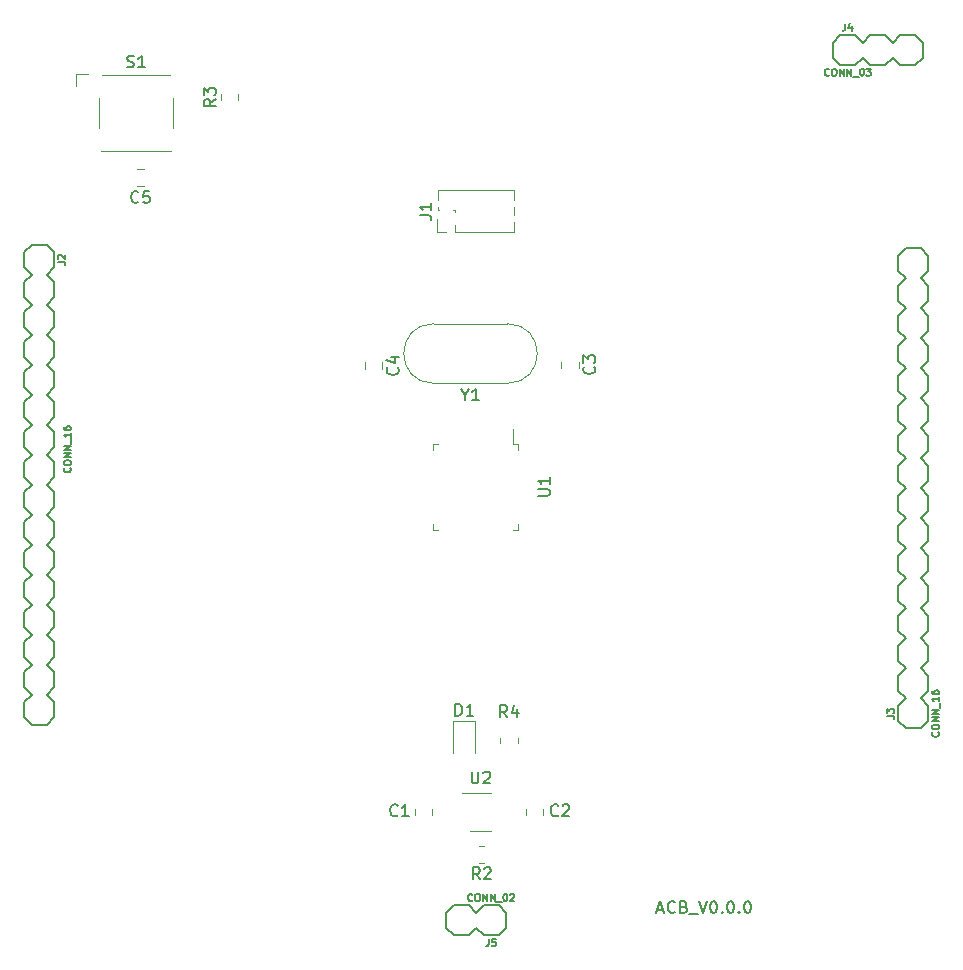
<source format=gbr>
%TF.GenerationSoftware,KiCad,Pcbnew,(5.1.9)-1*%
%TF.CreationDate,2021-02-25T22:56:50-07:00*%
%TF.ProjectId,Avionics_Computer,4176696f-6e69-4637-935f-436f6d707574,rev?*%
%TF.SameCoordinates,Original*%
%TF.FileFunction,Legend,Top*%
%TF.FilePolarity,Positive*%
%FSLAX46Y46*%
G04 Gerber Fmt 4.6, Leading zero omitted, Abs format (unit mm)*
G04 Created by KiCad (PCBNEW (5.1.9)-1) date 2021-02-25 22:56:50*
%MOMM*%
%LPD*%
G01*
G04 APERTURE LIST*
%ADD10C,0.150000*%
%ADD11C,0.120000*%
%ADD12C,0.203200*%
%ADD13C,0.127000*%
G04 APERTURE END LIST*
D10*
X160347619Y-137766666D02*
X160823809Y-137766666D01*
X160252380Y-138052380D02*
X160585714Y-137052380D01*
X160919047Y-138052380D01*
X161823809Y-137957142D02*
X161776190Y-138004761D01*
X161633333Y-138052380D01*
X161538095Y-138052380D01*
X161395238Y-138004761D01*
X161300000Y-137909523D01*
X161252380Y-137814285D01*
X161204761Y-137623809D01*
X161204761Y-137480952D01*
X161252380Y-137290476D01*
X161300000Y-137195238D01*
X161395238Y-137100000D01*
X161538095Y-137052380D01*
X161633333Y-137052380D01*
X161776190Y-137100000D01*
X161823809Y-137147619D01*
X162585714Y-137528571D02*
X162728571Y-137576190D01*
X162776190Y-137623809D01*
X162823809Y-137719047D01*
X162823809Y-137861904D01*
X162776190Y-137957142D01*
X162728571Y-138004761D01*
X162633333Y-138052380D01*
X162252380Y-138052380D01*
X162252380Y-137052380D01*
X162585714Y-137052380D01*
X162680952Y-137100000D01*
X162728571Y-137147619D01*
X162776190Y-137242857D01*
X162776190Y-137338095D01*
X162728571Y-137433333D01*
X162680952Y-137480952D01*
X162585714Y-137528571D01*
X162252380Y-137528571D01*
X163014285Y-138147619D02*
X163776190Y-138147619D01*
X163871428Y-137052380D02*
X164204761Y-138052380D01*
X164538095Y-137052380D01*
X165061904Y-137052380D02*
X165157142Y-137052380D01*
X165252380Y-137100000D01*
X165300000Y-137147619D01*
X165347619Y-137242857D01*
X165395238Y-137433333D01*
X165395238Y-137671428D01*
X165347619Y-137861904D01*
X165300000Y-137957142D01*
X165252380Y-138004761D01*
X165157142Y-138052380D01*
X165061904Y-138052380D01*
X164966666Y-138004761D01*
X164919047Y-137957142D01*
X164871428Y-137861904D01*
X164823809Y-137671428D01*
X164823809Y-137433333D01*
X164871428Y-137242857D01*
X164919047Y-137147619D01*
X164966666Y-137100000D01*
X165061904Y-137052380D01*
X165823809Y-137957142D02*
X165871428Y-138004761D01*
X165823809Y-138052380D01*
X165776190Y-138004761D01*
X165823809Y-137957142D01*
X165823809Y-138052380D01*
X166490476Y-137052380D02*
X166585714Y-137052380D01*
X166680952Y-137100000D01*
X166728571Y-137147619D01*
X166776190Y-137242857D01*
X166823809Y-137433333D01*
X166823809Y-137671428D01*
X166776190Y-137861904D01*
X166728571Y-137957142D01*
X166680952Y-138004761D01*
X166585714Y-138052380D01*
X166490476Y-138052380D01*
X166395238Y-138004761D01*
X166347619Y-137957142D01*
X166300000Y-137861904D01*
X166252380Y-137671428D01*
X166252380Y-137433333D01*
X166300000Y-137242857D01*
X166347619Y-137147619D01*
X166395238Y-137100000D01*
X166490476Y-137052380D01*
X167252380Y-137957142D02*
X167300000Y-138004761D01*
X167252380Y-138052380D01*
X167204761Y-138004761D01*
X167252380Y-137957142D01*
X167252380Y-138052380D01*
X167919047Y-137052380D02*
X168014285Y-137052380D01*
X168109523Y-137100000D01*
X168157142Y-137147619D01*
X168204761Y-137242857D01*
X168252380Y-137433333D01*
X168252380Y-137671428D01*
X168204761Y-137861904D01*
X168157142Y-137957142D01*
X168109523Y-138004761D01*
X168014285Y-138052380D01*
X167919047Y-138052380D01*
X167823809Y-138004761D01*
X167776190Y-137957142D01*
X167728571Y-137861904D01*
X167680952Y-137671428D01*
X167680952Y-137433333D01*
X167728571Y-137242857D01*
X167776190Y-137147619D01*
X167823809Y-137100000D01*
X167919047Y-137052380D01*
D11*
%TO.C,U1*%
X141310000Y-105147500D02*
X141310000Y-105597500D01*
X141310000Y-105597500D02*
X141760000Y-105597500D01*
X141310000Y-98827500D02*
X141310000Y-98377500D01*
X141310000Y-98377500D02*
X141760000Y-98377500D01*
X148530000Y-105147500D02*
X148530000Y-105597500D01*
X148530000Y-105597500D02*
X148080000Y-105597500D01*
X148530000Y-98827500D02*
X148530000Y-98377500D01*
X148530000Y-98377500D02*
X148080000Y-98377500D01*
X148080000Y-98377500D02*
X148080000Y-97087500D01*
%TO.C,Y1*%
X141398000Y-88164000D02*
G75*
G03*
X141398000Y-93214000I0J-2525000D01*
G01*
X147648000Y-88164000D02*
G75*
G02*
X147648000Y-93214000I0J-2525000D01*
G01*
X147648000Y-93214000D02*
X141398000Y-93214000D01*
X147648000Y-88164000D02*
X141398000Y-88164000D01*
%TO.C,U2*%
X144473000Y-131151000D02*
X146273000Y-131151000D01*
X146273000Y-127931000D02*
X143823000Y-127931000D01*
%TO.C,S1*%
X119096000Y-67068000D02*
X113296000Y-67068000D01*
X119196000Y-73568000D02*
X113196000Y-73568000D01*
X119296000Y-69018000D02*
X119296000Y-71618000D01*
X113096000Y-69018000D02*
X113096000Y-71618000D01*
X111096000Y-68018000D02*
X111096000Y-67018000D01*
X111096000Y-67018000D02*
X112096000Y-67018000D01*
%TO.C,R4*%
X148521000Y-123241436D02*
X148521000Y-123695564D01*
X147051000Y-123241436D02*
X147051000Y-123695564D01*
%TO.C,R3*%
X123399000Y-69207564D02*
X123399000Y-68753436D01*
X124869000Y-69207564D02*
X124869000Y-68753436D01*
%TO.C,R2*%
X145249436Y-132362000D02*
X145703564Y-132362000D01*
X145249436Y-133832000D02*
X145703564Y-133832000D01*
D12*
%TO.C,J5*%
X146897000Y-139955000D02*
X145627000Y-139955000D01*
X145627000Y-139955000D02*
X144992000Y-139320000D01*
X144992000Y-138050000D02*
X145627000Y-137415000D01*
X144992000Y-139320000D02*
X144357000Y-139955000D01*
X144357000Y-139955000D02*
X143087000Y-139955000D01*
X143087000Y-139955000D02*
X142452000Y-139320000D01*
X142452000Y-138050000D02*
X143087000Y-137415000D01*
X143087000Y-137415000D02*
X144357000Y-137415000D01*
X144357000Y-137415000D02*
X144992000Y-138050000D01*
X147532000Y-139320000D02*
X147532000Y-138050000D01*
X146897000Y-139955000D02*
X147532000Y-139320000D01*
X147532000Y-138050000D02*
X146897000Y-137415000D01*
X145627000Y-137415000D02*
X146897000Y-137415000D01*
X142452000Y-139320000D02*
X142452000Y-138050000D01*
%TO.C,J4*%
X180270000Y-64365000D02*
X180905000Y-63730000D01*
X180905000Y-63730000D02*
X182175000Y-63730000D01*
X182175000Y-63730000D02*
X182810000Y-64365000D01*
X182810000Y-65635000D02*
X182175000Y-66270000D01*
X182175000Y-66270000D02*
X180905000Y-66270000D01*
X180905000Y-66270000D02*
X180270000Y-65635000D01*
X175825000Y-63730000D02*
X177095000Y-63730000D01*
X177095000Y-63730000D02*
X177730000Y-64365000D01*
X177730000Y-65635000D02*
X177095000Y-66270000D01*
X177730000Y-64365000D02*
X178365000Y-63730000D01*
X178365000Y-63730000D02*
X179635000Y-63730000D01*
X179635000Y-63730000D02*
X180270000Y-64365000D01*
X180270000Y-65635000D02*
X179635000Y-66270000D01*
X179635000Y-66270000D02*
X178365000Y-66270000D01*
X178365000Y-66270000D02*
X177730000Y-65635000D01*
X175190000Y-64365000D02*
X175190000Y-65635000D01*
X175825000Y-63730000D02*
X175190000Y-64365000D01*
X175190000Y-65635000D02*
X175825000Y-66270000D01*
X177095000Y-66270000D02*
X175825000Y-66270000D01*
X182810000Y-64365000D02*
X182810000Y-65635000D01*
%TO.C,J3*%
X181365000Y-122430000D02*
X182635000Y-122430000D01*
X181365000Y-81790000D02*
X182635000Y-81790000D01*
X180730000Y-106555000D02*
X180730000Y-105285000D01*
X180730000Y-105285000D02*
X181365000Y-104650000D01*
X182635000Y-104650000D02*
X183270000Y-105285000D01*
X181365000Y-109730000D02*
X180730000Y-109095000D01*
X180730000Y-109095000D02*
X180730000Y-107825000D01*
X180730000Y-107825000D02*
X181365000Y-107190000D01*
X182635000Y-107190000D02*
X183270000Y-107825000D01*
X183270000Y-107825000D02*
X183270000Y-109095000D01*
X183270000Y-109095000D02*
X182635000Y-109730000D01*
X180730000Y-106555000D02*
X181365000Y-107190000D01*
X182635000Y-107190000D02*
X183270000Y-106555000D01*
X183270000Y-105285000D02*
X183270000Y-106555000D01*
X180730000Y-114175000D02*
X180730000Y-112905000D01*
X180730000Y-112905000D02*
X181365000Y-112270000D01*
X182635000Y-112270000D02*
X183270000Y-112905000D01*
X181365000Y-112270000D02*
X180730000Y-111635000D01*
X180730000Y-111635000D02*
X180730000Y-110365000D01*
X180730000Y-110365000D02*
X181365000Y-109730000D01*
X182635000Y-109730000D02*
X183270000Y-110365000D01*
X183270000Y-110365000D02*
X183270000Y-111635000D01*
X183270000Y-111635000D02*
X182635000Y-112270000D01*
X181365000Y-117350000D02*
X180730000Y-116715000D01*
X180730000Y-116715000D02*
X180730000Y-115445000D01*
X180730000Y-115445000D02*
X181365000Y-114810000D01*
X182635000Y-114810000D02*
X183270000Y-115445000D01*
X183270000Y-115445000D02*
X183270000Y-116715000D01*
X183270000Y-116715000D02*
X182635000Y-117350000D01*
X180730000Y-114175000D02*
X181365000Y-114810000D01*
X182635000Y-114810000D02*
X183270000Y-114175000D01*
X183270000Y-112905000D02*
X183270000Y-114175000D01*
X180730000Y-121795000D02*
X180730000Y-120525000D01*
X180730000Y-120525000D02*
X181365000Y-119890000D01*
X182635000Y-119890000D02*
X183270000Y-120525000D01*
X181365000Y-119890000D02*
X180730000Y-119255000D01*
X180730000Y-119255000D02*
X180730000Y-117985000D01*
X180730000Y-117985000D02*
X181365000Y-117350000D01*
X182635000Y-117350000D02*
X183270000Y-117985000D01*
X183270000Y-117985000D02*
X183270000Y-119255000D01*
X183270000Y-119255000D02*
X182635000Y-119890000D01*
X181365000Y-122430000D02*
X182635000Y-122430000D01*
X180730000Y-121795000D02*
X181365000Y-122430000D01*
X182635000Y-122430000D02*
X183270000Y-121795000D01*
X183270000Y-120525000D02*
X183270000Y-121795000D01*
X180730000Y-88775000D02*
X180730000Y-87505000D01*
X180730000Y-87505000D02*
X181365000Y-86870000D01*
X182635000Y-86870000D02*
X183270000Y-87505000D01*
X181365000Y-91950000D02*
X180730000Y-91315000D01*
X180730000Y-91315000D02*
X180730000Y-90045000D01*
X180730000Y-90045000D02*
X181365000Y-89410000D01*
X182635000Y-89410000D02*
X183270000Y-90045000D01*
X183270000Y-90045000D02*
X183270000Y-91315000D01*
X183270000Y-91315000D02*
X182635000Y-91950000D01*
X180730000Y-88775000D02*
X181365000Y-89410000D01*
X182635000Y-89410000D02*
X183270000Y-88775000D01*
X183270000Y-87505000D02*
X183270000Y-88775000D01*
X180730000Y-96395000D02*
X180730000Y-95125000D01*
X180730000Y-95125000D02*
X181365000Y-94490000D01*
X182635000Y-94490000D02*
X183270000Y-95125000D01*
X181365000Y-94490000D02*
X180730000Y-93855000D01*
X180730000Y-93855000D02*
X180730000Y-92585000D01*
X180730000Y-92585000D02*
X181365000Y-91950000D01*
X182635000Y-91950000D02*
X183270000Y-92585000D01*
X183270000Y-92585000D02*
X183270000Y-93855000D01*
X183270000Y-93855000D02*
X182635000Y-94490000D01*
X181365000Y-99570000D02*
X180730000Y-98935000D01*
X180730000Y-98935000D02*
X180730000Y-97665000D01*
X180730000Y-97665000D02*
X181365000Y-97030000D01*
X182635000Y-97030000D02*
X183270000Y-97665000D01*
X183270000Y-97665000D02*
X183270000Y-98935000D01*
X183270000Y-98935000D02*
X182635000Y-99570000D01*
X180730000Y-96395000D02*
X181365000Y-97030000D01*
X182635000Y-97030000D02*
X183270000Y-96395000D01*
X183270000Y-95125000D02*
X183270000Y-96395000D01*
X180730000Y-104015000D02*
X180730000Y-102745000D01*
X180730000Y-102745000D02*
X181365000Y-102110000D01*
X182635000Y-102110000D02*
X183270000Y-102745000D01*
X181365000Y-102110000D02*
X180730000Y-101475000D01*
X180730000Y-101475000D02*
X180730000Y-100205000D01*
X180730000Y-100205000D02*
X181365000Y-99570000D01*
X182635000Y-99570000D02*
X183270000Y-100205000D01*
X183270000Y-100205000D02*
X183270000Y-101475000D01*
X183270000Y-101475000D02*
X182635000Y-102110000D01*
X180730000Y-104015000D02*
X181365000Y-104650000D01*
X182635000Y-104650000D02*
X183270000Y-104015000D01*
X183270000Y-102745000D02*
X183270000Y-104015000D01*
X180730000Y-86235000D02*
X181365000Y-86870000D01*
X180730000Y-86235000D02*
X180730000Y-84965000D01*
X180730000Y-84965000D02*
X181365000Y-84330000D01*
X182635000Y-84330000D02*
X183270000Y-84965000D01*
X183270000Y-84965000D02*
X183270000Y-86235000D01*
X182635000Y-86870000D02*
X183270000Y-86235000D01*
X180730000Y-83695000D02*
X181365000Y-84330000D01*
X180730000Y-83695000D02*
X180730000Y-82425000D01*
X180730000Y-82425000D02*
X181365000Y-81790000D01*
X181365000Y-81790000D02*
X182635000Y-81790000D01*
X182635000Y-81790000D02*
X183270000Y-82425000D01*
X183270000Y-82425000D02*
X183270000Y-83695000D01*
X182635000Y-84330000D02*
X183270000Y-83695000D01*
%TO.C,J2*%
X108635000Y-81470000D02*
X107365000Y-81470000D01*
X108635000Y-122110000D02*
X107365000Y-122110000D01*
X109270000Y-97345000D02*
X109270000Y-98615000D01*
X109270000Y-98615000D02*
X108635000Y-99250000D01*
X107365000Y-99250000D02*
X106730000Y-98615000D01*
X108635000Y-94170000D02*
X109270000Y-94805000D01*
X109270000Y-94805000D02*
X109270000Y-96075000D01*
X109270000Y-96075000D02*
X108635000Y-96710000D01*
X107365000Y-96710000D02*
X106730000Y-96075000D01*
X106730000Y-96075000D02*
X106730000Y-94805000D01*
X106730000Y-94805000D02*
X107365000Y-94170000D01*
X109270000Y-97345000D02*
X108635000Y-96710000D01*
X107365000Y-96710000D02*
X106730000Y-97345000D01*
X106730000Y-98615000D02*
X106730000Y-97345000D01*
X109270000Y-89725000D02*
X109270000Y-90995000D01*
X109270000Y-90995000D02*
X108635000Y-91630000D01*
X107365000Y-91630000D02*
X106730000Y-90995000D01*
X108635000Y-91630000D02*
X109270000Y-92265000D01*
X109270000Y-92265000D02*
X109270000Y-93535000D01*
X109270000Y-93535000D02*
X108635000Y-94170000D01*
X107365000Y-94170000D02*
X106730000Y-93535000D01*
X106730000Y-93535000D02*
X106730000Y-92265000D01*
X106730000Y-92265000D02*
X107365000Y-91630000D01*
X108635000Y-86550000D02*
X109270000Y-87185000D01*
X109270000Y-87185000D02*
X109270000Y-88455000D01*
X109270000Y-88455000D02*
X108635000Y-89090000D01*
X107365000Y-89090000D02*
X106730000Y-88455000D01*
X106730000Y-88455000D02*
X106730000Y-87185000D01*
X106730000Y-87185000D02*
X107365000Y-86550000D01*
X109270000Y-89725000D02*
X108635000Y-89090000D01*
X107365000Y-89090000D02*
X106730000Y-89725000D01*
X106730000Y-90995000D02*
X106730000Y-89725000D01*
X109270000Y-82105000D02*
X109270000Y-83375000D01*
X109270000Y-83375000D02*
X108635000Y-84010000D01*
X107365000Y-84010000D02*
X106730000Y-83375000D01*
X108635000Y-84010000D02*
X109270000Y-84645000D01*
X109270000Y-84645000D02*
X109270000Y-85915000D01*
X109270000Y-85915000D02*
X108635000Y-86550000D01*
X107365000Y-86550000D02*
X106730000Y-85915000D01*
X106730000Y-85915000D02*
X106730000Y-84645000D01*
X106730000Y-84645000D02*
X107365000Y-84010000D01*
X108635000Y-81470000D02*
X107365000Y-81470000D01*
X109270000Y-82105000D02*
X108635000Y-81470000D01*
X107365000Y-81470000D02*
X106730000Y-82105000D01*
X106730000Y-83375000D02*
X106730000Y-82105000D01*
X109270000Y-115125000D02*
X109270000Y-116395000D01*
X109270000Y-116395000D02*
X108635000Y-117030000D01*
X107365000Y-117030000D02*
X106730000Y-116395000D01*
X108635000Y-111950000D02*
X109270000Y-112585000D01*
X109270000Y-112585000D02*
X109270000Y-113855000D01*
X109270000Y-113855000D02*
X108635000Y-114490000D01*
X107365000Y-114490000D02*
X106730000Y-113855000D01*
X106730000Y-113855000D02*
X106730000Y-112585000D01*
X106730000Y-112585000D02*
X107365000Y-111950000D01*
X109270000Y-115125000D02*
X108635000Y-114490000D01*
X107365000Y-114490000D02*
X106730000Y-115125000D01*
X106730000Y-116395000D02*
X106730000Y-115125000D01*
X109270000Y-107505000D02*
X109270000Y-108775000D01*
X109270000Y-108775000D02*
X108635000Y-109410000D01*
X107365000Y-109410000D02*
X106730000Y-108775000D01*
X108635000Y-109410000D02*
X109270000Y-110045000D01*
X109270000Y-110045000D02*
X109270000Y-111315000D01*
X109270000Y-111315000D02*
X108635000Y-111950000D01*
X107365000Y-111950000D02*
X106730000Y-111315000D01*
X106730000Y-111315000D02*
X106730000Y-110045000D01*
X106730000Y-110045000D02*
X107365000Y-109410000D01*
X108635000Y-104330000D02*
X109270000Y-104965000D01*
X109270000Y-104965000D02*
X109270000Y-106235000D01*
X109270000Y-106235000D02*
X108635000Y-106870000D01*
X107365000Y-106870000D02*
X106730000Y-106235000D01*
X106730000Y-106235000D02*
X106730000Y-104965000D01*
X106730000Y-104965000D02*
X107365000Y-104330000D01*
X109270000Y-107505000D02*
X108635000Y-106870000D01*
X107365000Y-106870000D02*
X106730000Y-107505000D01*
X106730000Y-108775000D02*
X106730000Y-107505000D01*
X109270000Y-99885000D02*
X109270000Y-101155000D01*
X109270000Y-101155000D02*
X108635000Y-101790000D01*
X107365000Y-101790000D02*
X106730000Y-101155000D01*
X108635000Y-101790000D02*
X109270000Y-102425000D01*
X109270000Y-102425000D02*
X109270000Y-103695000D01*
X109270000Y-103695000D02*
X108635000Y-104330000D01*
X107365000Y-104330000D02*
X106730000Y-103695000D01*
X106730000Y-103695000D02*
X106730000Y-102425000D01*
X106730000Y-102425000D02*
X107365000Y-101790000D01*
X109270000Y-99885000D02*
X108635000Y-99250000D01*
X107365000Y-99250000D02*
X106730000Y-99885000D01*
X106730000Y-101155000D02*
X106730000Y-99885000D01*
X109270000Y-117665000D02*
X108635000Y-117030000D01*
X109270000Y-117665000D02*
X109270000Y-118935000D01*
X109270000Y-118935000D02*
X108635000Y-119570000D01*
X107365000Y-119570000D02*
X106730000Y-118935000D01*
X106730000Y-118935000D02*
X106730000Y-117665000D01*
X107365000Y-117030000D02*
X106730000Y-117665000D01*
X109270000Y-120205000D02*
X108635000Y-119570000D01*
X109270000Y-120205000D02*
X109270000Y-121475000D01*
X109270000Y-121475000D02*
X108635000Y-122110000D01*
X108635000Y-122110000D02*
X107365000Y-122110000D01*
X107365000Y-122110000D02*
X106730000Y-121475000D01*
X106730000Y-121475000D02*
X106730000Y-120205000D01*
X107365000Y-119570000D02*
X106730000Y-120205000D01*
D11*
%TO.C,J1*%
X148235000Y-80400000D02*
X148235000Y-79577530D01*
X148235000Y-77692470D02*
X148235000Y-76870000D01*
X148235000Y-78962470D02*
X148235000Y-78307530D01*
X143220000Y-80400000D02*
X148235000Y-80400000D01*
X141765000Y-76870000D02*
X148235000Y-76870000D01*
X143220000Y-80400000D02*
X143220000Y-79833471D01*
X143220000Y-78706529D02*
X143220000Y-78563471D01*
X143166529Y-78510000D02*
X143023471Y-78510000D01*
X141896529Y-78510000D02*
X141765000Y-78510000D01*
X141765000Y-78510000D02*
X141765000Y-78307530D01*
X141765000Y-77692470D02*
X141765000Y-76870000D01*
X142460000Y-80400000D02*
X141700000Y-80400000D01*
X141700000Y-80400000D02*
X141700000Y-79270000D01*
%TO.C,D1*%
X144936000Y-124493500D02*
X144936000Y-121808500D01*
X144936000Y-121808500D02*
X143016000Y-121808500D01*
X143016000Y-121808500D02*
X143016000Y-124493500D01*
%TO.C,C5*%
X116836252Y-76550000D02*
X116313748Y-76550000D01*
X116836252Y-75080000D02*
X116313748Y-75080000D01*
%TO.C,C4*%
X137040000Y-91443748D02*
X137040000Y-91966252D01*
X135570000Y-91443748D02*
X135570000Y-91966252D01*
%TO.C,C3*%
X153677000Y-91377748D02*
X153677000Y-91900252D01*
X152207000Y-91377748D02*
X152207000Y-91900252D01*
%TO.C,C2*%
X150680000Y-129213748D02*
X150680000Y-129736252D01*
X149210000Y-129213748D02*
X149210000Y-129736252D01*
%TO.C,C1*%
X141282000Y-129213748D02*
X141282000Y-129736252D01*
X139812000Y-129213748D02*
X139812000Y-129736252D01*
%TO.C,U1*%
D10*
X150222380Y-102749404D02*
X151031904Y-102749404D01*
X151127142Y-102701785D01*
X151174761Y-102654166D01*
X151222380Y-102558928D01*
X151222380Y-102368452D01*
X151174761Y-102273214D01*
X151127142Y-102225595D01*
X151031904Y-102177976D01*
X150222380Y-102177976D01*
X151222380Y-101177976D02*
X151222380Y-101749404D01*
X151222380Y-101463690D02*
X150222380Y-101463690D01*
X150365238Y-101558928D01*
X150460476Y-101654166D01*
X150508095Y-101749404D01*
%TO.C,Y1*%
X144046809Y-94190190D02*
X144046809Y-94666380D01*
X143713476Y-93666380D02*
X144046809Y-94190190D01*
X144380142Y-93666380D01*
X145237285Y-94666380D02*
X144665857Y-94666380D01*
X144951571Y-94666380D02*
X144951571Y-93666380D01*
X144856333Y-93809238D01*
X144761095Y-93904476D01*
X144665857Y-93952095D01*
%TO.C,U2*%
X144611095Y-126093380D02*
X144611095Y-126902904D01*
X144658714Y-126998142D01*
X144706333Y-127045761D01*
X144801571Y-127093380D01*
X144992047Y-127093380D01*
X145087285Y-127045761D01*
X145134904Y-126998142D01*
X145182523Y-126902904D01*
X145182523Y-126093380D01*
X145611095Y-126188619D02*
X145658714Y-126141000D01*
X145753952Y-126093380D01*
X145992047Y-126093380D01*
X146087285Y-126141000D01*
X146134904Y-126188619D01*
X146182523Y-126283857D01*
X146182523Y-126379095D01*
X146134904Y-126521952D01*
X145563476Y-127093380D01*
X146182523Y-127093380D01*
%TO.C,S1*%
X115434095Y-66422761D02*
X115576952Y-66470380D01*
X115815047Y-66470380D01*
X115910285Y-66422761D01*
X115957904Y-66375142D01*
X116005523Y-66279904D01*
X116005523Y-66184666D01*
X115957904Y-66089428D01*
X115910285Y-66041809D01*
X115815047Y-65994190D01*
X115624571Y-65946571D01*
X115529333Y-65898952D01*
X115481714Y-65851333D01*
X115434095Y-65756095D01*
X115434095Y-65660857D01*
X115481714Y-65565619D01*
X115529333Y-65518000D01*
X115624571Y-65470380D01*
X115862666Y-65470380D01*
X116005523Y-65518000D01*
X116957904Y-66470380D02*
X116386476Y-66470380D01*
X116672190Y-66470380D02*
X116672190Y-65470380D01*
X116576952Y-65613238D01*
X116481714Y-65708476D01*
X116386476Y-65756095D01*
%TO.C,R4*%
X147619333Y-121484380D02*
X147286000Y-121008190D01*
X147047904Y-121484380D02*
X147047904Y-120484380D01*
X147428857Y-120484380D01*
X147524095Y-120532000D01*
X147571714Y-120579619D01*
X147619333Y-120674857D01*
X147619333Y-120817714D01*
X147571714Y-120912952D01*
X147524095Y-120960571D01*
X147428857Y-121008190D01*
X147047904Y-121008190D01*
X148476476Y-120817714D02*
X148476476Y-121484380D01*
X148238380Y-120436761D02*
X148000285Y-121151047D01*
X148619333Y-121151047D01*
%TO.C,R3*%
X122936380Y-69147166D02*
X122460190Y-69480500D01*
X122936380Y-69718595D02*
X121936380Y-69718595D01*
X121936380Y-69337642D01*
X121984000Y-69242404D01*
X122031619Y-69194785D01*
X122126857Y-69147166D01*
X122269714Y-69147166D01*
X122364952Y-69194785D01*
X122412571Y-69242404D01*
X122460190Y-69337642D01*
X122460190Y-69718595D01*
X121936380Y-68813833D02*
X121936380Y-68194785D01*
X122317333Y-68528119D01*
X122317333Y-68385261D01*
X122364952Y-68290023D01*
X122412571Y-68242404D01*
X122507809Y-68194785D01*
X122745904Y-68194785D01*
X122841142Y-68242404D01*
X122888761Y-68290023D01*
X122936380Y-68385261D01*
X122936380Y-68670976D01*
X122888761Y-68766214D01*
X122841142Y-68813833D01*
%TO.C,R2*%
X145309833Y-135200380D02*
X144976500Y-134724190D01*
X144738404Y-135200380D02*
X144738404Y-134200380D01*
X145119357Y-134200380D01*
X145214595Y-134248000D01*
X145262214Y-134295619D01*
X145309833Y-134390857D01*
X145309833Y-134533714D01*
X145262214Y-134628952D01*
X145214595Y-134676571D01*
X145119357Y-134724190D01*
X144738404Y-134724190D01*
X145690785Y-134295619D02*
X145738404Y-134248000D01*
X145833642Y-134200380D01*
X146071738Y-134200380D01*
X146166976Y-134248000D01*
X146214595Y-134295619D01*
X146262214Y-134390857D01*
X146262214Y-134486095D01*
X146214595Y-134628952D01*
X145643166Y-135200380D01*
X146262214Y-135200380D01*
%TO.C,J5*%
D13*
X146058800Y-140256171D02*
X146058800Y-140691600D01*
X146029771Y-140778685D01*
X145971714Y-140836742D01*
X145884628Y-140865771D01*
X145826571Y-140865771D01*
X146639371Y-140256171D02*
X146349085Y-140256171D01*
X146320057Y-140546457D01*
X146349085Y-140517428D01*
X146407142Y-140488400D01*
X146552285Y-140488400D01*
X146610342Y-140517428D01*
X146639371Y-140546457D01*
X146668400Y-140604514D01*
X146668400Y-140749657D01*
X146639371Y-140807714D01*
X146610342Y-140836742D01*
X146552285Y-140865771D01*
X146407142Y-140865771D01*
X146349085Y-140836742D01*
X146320057Y-140807714D01*
X144679942Y-136997714D02*
X144650914Y-137026742D01*
X144563828Y-137055771D01*
X144505771Y-137055771D01*
X144418685Y-137026742D01*
X144360628Y-136968685D01*
X144331600Y-136910628D01*
X144302571Y-136794514D01*
X144302571Y-136707428D01*
X144331600Y-136591314D01*
X144360628Y-136533257D01*
X144418685Y-136475200D01*
X144505771Y-136446171D01*
X144563828Y-136446171D01*
X144650914Y-136475200D01*
X144679942Y-136504228D01*
X145057314Y-136446171D02*
X145173428Y-136446171D01*
X145231485Y-136475200D01*
X145289542Y-136533257D01*
X145318571Y-136649371D01*
X145318571Y-136852571D01*
X145289542Y-136968685D01*
X145231485Y-137026742D01*
X145173428Y-137055771D01*
X145057314Y-137055771D01*
X144999257Y-137026742D01*
X144941200Y-136968685D01*
X144912171Y-136852571D01*
X144912171Y-136649371D01*
X144941200Y-136533257D01*
X144999257Y-136475200D01*
X145057314Y-136446171D01*
X145579828Y-137055771D02*
X145579828Y-136446171D01*
X145928171Y-137055771D01*
X145928171Y-136446171D01*
X146218457Y-137055771D02*
X146218457Y-136446171D01*
X146566800Y-137055771D01*
X146566800Y-136446171D01*
X146711942Y-137113828D02*
X147176400Y-137113828D01*
X147437657Y-136446171D02*
X147495714Y-136446171D01*
X147553771Y-136475200D01*
X147582800Y-136504228D01*
X147611828Y-136562285D01*
X147640857Y-136678400D01*
X147640857Y-136823542D01*
X147611828Y-136939657D01*
X147582800Y-136997714D01*
X147553771Y-137026742D01*
X147495714Y-137055771D01*
X147437657Y-137055771D01*
X147379600Y-137026742D01*
X147350571Y-136997714D01*
X147321542Y-136939657D01*
X147292514Y-136823542D01*
X147292514Y-136678400D01*
X147321542Y-136562285D01*
X147350571Y-136504228D01*
X147379600Y-136475200D01*
X147437657Y-136446171D01*
X147873085Y-136504228D02*
X147902114Y-136475200D01*
X147960171Y-136446171D01*
X148105314Y-136446171D01*
X148163371Y-136475200D01*
X148192400Y-136504228D01*
X148221428Y-136562285D01*
X148221428Y-136620342D01*
X148192400Y-136707428D01*
X147844057Y-137055771D01*
X148221428Y-137055771D01*
%TO.C,J4*%
X176256800Y-62761171D02*
X176256800Y-63196600D01*
X176227771Y-63283685D01*
X176169714Y-63341742D01*
X176082628Y-63370771D01*
X176024571Y-63370771D01*
X176808342Y-62964371D02*
X176808342Y-63370771D01*
X176663200Y-62732142D02*
X176518057Y-63167571D01*
X176895428Y-63167571D01*
X174877942Y-67122714D02*
X174848914Y-67151742D01*
X174761828Y-67180771D01*
X174703771Y-67180771D01*
X174616685Y-67151742D01*
X174558628Y-67093685D01*
X174529600Y-67035628D01*
X174500571Y-66919514D01*
X174500571Y-66832428D01*
X174529600Y-66716314D01*
X174558628Y-66658257D01*
X174616685Y-66600200D01*
X174703771Y-66571171D01*
X174761828Y-66571171D01*
X174848914Y-66600200D01*
X174877942Y-66629228D01*
X175255314Y-66571171D02*
X175371428Y-66571171D01*
X175429485Y-66600200D01*
X175487542Y-66658257D01*
X175516571Y-66774371D01*
X175516571Y-66977571D01*
X175487542Y-67093685D01*
X175429485Y-67151742D01*
X175371428Y-67180771D01*
X175255314Y-67180771D01*
X175197257Y-67151742D01*
X175139200Y-67093685D01*
X175110171Y-66977571D01*
X175110171Y-66774371D01*
X175139200Y-66658257D01*
X175197257Y-66600200D01*
X175255314Y-66571171D01*
X175777828Y-67180771D02*
X175777828Y-66571171D01*
X176126171Y-67180771D01*
X176126171Y-66571171D01*
X176416457Y-67180771D02*
X176416457Y-66571171D01*
X176764800Y-67180771D01*
X176764800Y-66571171D01*
X176909942Y-67238828D02*
X177374400Y-67238828D01*
X177635657Y-66571171D02*
X177693714Y-66571171D01*
X177751771Y-66600200D01*
X177780800Y-66629228D01*
X177809828Y-66687285D01*
X177838857Y-66803400D01*
X177838857Y-66948542D01*
X177809828Y-67064657D01*
X177780800Y-67122714D01*
X177751771Y-67151742D01*
X177693714Y-67180771D01*
X177635657Y-67180771D01*
X177577600Y-67151742D01*
X177548571Y-67122714D01*
X177519542Y-67064657D01*
X177490514Y-66948542D01*
X177490514Y-66803400D01*
X177519542Y-66687285D01*
X177548571Y-66629228D01*
X177577600Y-66600200D01*
X177635657Y-66571171D01*
X178042057Y-66571171D02*
X178419428Y-66571171D01*
X178216228Y-66803400D01*
X178303314Y-66803400D01*
X178361371Y-66832428D01*
X178390400Y-66861457D01*
X178419428Y-66919514D01*
X178419428Y-67064657D01*
X178390400Y-67122714D01*
X178361371Y-67151742D01*
X178303314Y-67180771D01*
X178129142Y-67180771D01*
X178071085Y-67151742D01*
X178042057Y-67122714D01*
%TO.C,J3*%
X179761171Y-121363200D02*
X180196600Y-121363200D01*
X180283685Y-121392228D01*
X180341742Y-121450285D01*
X180370771Y-121537371D01*
X180370771Y-121595428D01*
X179761171Y-121130971D02*
X179761171Y-120753600D01*
X179993400Y-120956800D01*
X179993400Y-120869714D01*
X180022428Y-120811657D01*
X180051457Y-120782628D01*
X180109514Y-120753600D01*
X180254657Y-120753600D01*
X180312714Y-120782628D01*
X180341742Y-120811657D01*
X180370771Y-120869714D01*
X180370771Y-121043885D01*
X180341742Y-121101942D01*
X180312714Y-121130971D01*
X184122714Y-122742057D02*
X184151742Y-122771085D01*
X184180771Y-122858171D01*
X184180771Y-122916228D01*
X184151742Y-123003314D01*
X184093685Y-123061371D01*
X184035628Y-123090400D01*
X183919514Y-123119428D01*
X183832428Y-123119428D01*
X183716314Y-123090400D01*
X183658257Y-123061371D01*
X183600200Y-123003314D01*
X183571171Y-122916228D01*
X183571171Y-122858171D01*
X183600200Y-122771085D01*
X183629228Y-122742057D01*
X183571171Y-122364685D02*
X183571171Y-122248571D01*
X183600200Y-122190514D01*
X183658257Y-122132457D01*
X183774371Y-122103428D01*
X183977571Y-122103428D01*
X184093685Y-122132457D01*
X184151742Y-122190514D01*
X184180771Y-122248571D01*
X184180771Y-122364685D01*
X184151742Y-122422742D01*
X184093685Y-122480800D01*
X183977571Y-122509828D01*
X183774371Y-122509828D01*
X183658257Y-122480800D01*
X183600200Y-122422742D01*
X183571171Y-122364685D01*
X184180771Y-121842171D02*
X183571171Y-121842171D01*
X184180771Y-121493828D01*
X183571171Y-121493828D01*
X184180771Y-121203542D02*
X183571171Y-121203542D01*
X184180771Y-120855200D01*
X183571171Y-120855200D01*
X184238828Y-120710057D02*
X184238828Y-120245600D01*
X184180771Y-119781142D02*
X184180771Y-120129485D01*
X184180771Y-119955314D02*
X183571171Y-119955314D01*
X183658257Y-120013371D01*
X183716314Y-120071428D01*
X183745342Y-120129485D01*
X183571171Y-119258628D02*
X183571171Y-119374742D01*
X183600200Y-119432800D01*
X183629228Y-119461828D01*
X183716314Y-119519885D01*
X183832428Y-119548914D01*
X184064657Y-119548914D01*
X184122714Y-119519885D01*
X184151742Y-119490857D01*
X184180771Y-119432800D01*
X184180771Y-119316685D01*
X184151742Y-119258628D01*
X184122714Y-119229600D01*
X184064657Y-119200571D01*
X183919514Y-119200571D01*
X183861457Y-119229600D01*
X183832428Y-119258628D01*
X183803400Y-119316685D01*
X183803400Y-119432800D01*
X183832428Y-119490857D01*
X183861457Y-119519885D01*
X183919514Y-119548914D01*
%TO.C,J2*%
X109571171Y-82943200D02*
X110006600Y-82943200D01*
X110093685Y-82972228D01*
X110151742Y-83030285D01*
X110180771Y-83117371D01*
X110180771Y-83175428D01*
X109629228Y-82681942D02*
X109600200Y-82652914D01*
X109571171Y-82594857D01*
X109571171Y-82449714D01*
X109600200Y-82391657D01*
X109629228Y-82362628D01*
X109687285Y-82333600D01*
X109745342Y-82333600D01*
X109832428Y-82362628D01*
X110180771Y-82710971D01*
X110180771Y-82333600D01*
X110617714Y-100382057D02*
X110646742Y-100411085D01*
X110675771Y-100498171D01*
X110675771Y-100556228D01*
X110646742Y-100643314D01*
X110588685Y-100701371D01*
X110530628Y-100730400D01*
X110414514Y-100759428D01*
X110327428Y-100759428D01*
X110211314Y-100730400D01*
X110153257Y-100701371D01*
X110095200Y-100643314D01*
X110066171Y-100556228D01*
X110066171Y-100498171D01*
X110095200Y-100411085D01*
X110124228Y-100382057D01*
X110066171Y-100004685D02*
X110066171Y-99888571D01*
X110095200Y-99830514D01*
X110153257Y-99772457D01*
X110269371Y-99743428D01*
X110472571Y-99743428D01*
X110588685Y-99772457D01*
X110646742Y-99830514D01*
X110675771Y-99888571D01*
X110675771Y-100004685D01*
X110646742Y-100062742D01*
X110588685Y-100120800D01*
X110472571Y-100149828D01*
X110269371Y-100149828D01*
X110153257Y-100120800D01*
X110095200Y-100062742D01*
X110066171Y-100004685D01*
X110675771Y-99482171D02*
X110066171Y-99482171D01*
X110675771Y-99133828D01*
X110066171Y-99133828D01*
X110675771Y-98843542D02*
X110066171Y-98843542D01*
X110675771Y-98495200D01*
X110066171Y-98495200D01*
X110733828Y-98350057D02*
X110733828Y-97885600D01*
X110675771Y-97421142D02*
X110675771Y-97769485D01*
X110675771Y-97595314D02*
X110066171Y-97595314D01*
X110153257Y-97653371D01*
X110211314Y-97711428D01*
X110240342Y-97769485D01*
X110066171Y-96898628D02*
X110066171Y-97014742D01*
X110095200Y-97072800D01*
X110124228Y-97101828D01*
X110211314Y-97159885D01*
X110327428Y-97188914D01*
X110559657Y-97188914D01*
X110617714Y-97159885D01*
X110646742Y-97130857D01*
X110675771Y-97072800D01*
X110675771Y-96956685D01*
X110646742Y-96898628D01*
X110617714Y-96869600D01*
X110559657Y-96840571D01*
X110414514Y-96840571D01*
X110356457Y-96869600D01*
X110327428Y-96898628D01*
X110298400Y-96956685D01*
X110298400Y-97072800D01*
X110327428Y-97130857D01*
X110356457Y-97159885D01*
X110414514Y-97188914D01*
%TO.C,J1*%
D10*
X140217380Y-78968333D02*
X140931666Y-78968333D01*
X141074523Y-79015952D01*
X141169761Y-79111190D01*
X141217380Y-79254047D01*
X141217380Y-79349285D01*
X141217380Y-77968333D02*
X141217380Y-78539761D01*
X141217380Y-78254047D02*
X140217380Y-78254047D01*
X140360238Y-78349285D01*
X140455476Y-78444523D01*
X140503095Y-78539761D01*
%TO.C,D1*%
X143237904Y-121357380D02*
X143237904Y-120357380D01*
X143476000Y-120357380D01*
X143618857Y-120405000D01*
X143714095Y-120500238D01*
X143761714Y-120595476D01*
X143809333Y-120785952D01*
X143809333Y-120928809D01*
X143761714Y-121119285D01*
X143714095Y-121214523D01*
X143618857Y-121309761D01*
X143476000Y-121357380D01*
X143237904Y-121357380D01*
X144761714Y-121357380D02*
X144190285Y-121357380D01*
X144476000Y-121357380D02*
X144476000Y-120357380D01*
X144380761Y-120500238D01*
X144285523Y-120595476D01*
X144190285Y-120643095D01*
%TO.C,C5*%
X116408333Y-77852142D02*
X116360714Y-77899761D01*
X116217857Y-77947380D01*
X116122619Y-77947380D01*
X115979761Y-77899761D01*
X115884523Y-77804523D01*
X115836904Y-77709285D01*
X115789285Y-77518809D01*
X115789285Y-77375952D01*
X115836904Y-77185476D01*
X115884523Y-77090238D01*
X115979761Y-76995000D01*
X116122619Y-76947380D01*
X116217857Y-76947380D01*
X116360714Y-76995000D01*
X116408333Y-77042619D01*
X117313095Y-76947380D02*
X116836904Y-76947380D01*
X116789285Y-77423571D01*
X116836904Y-77375952D01*
X116932142Y-77328333D01*
X117170238Y-77328333D01*
X117265476Y-77375952D01*
X117313095Y-77423571D01*
X117360714Y-77518809D01*
X117360714Y-77756904D01*
X117313095Y-77852142D01*
X117265476Y-77899761D01*
X117170238Y-77947380D01*
X116932142Y-77947380D01*
X116836904Y-77899761D01*
X116789285Y-77852142D01*
%TO.C,C4*%
X138342142Y-91871666D02*
X138389761Y-91919285D01*
X138437380Y-92062142D01*
X138437380Y-92157380D01*
X138389761Y-92300238D01*
X138294523Y-92395476D01*
X138199285Y-92443095D01*
X138008809Y-92490714D01*
X137865952Y-92490714D01*
X137675476Y-92443095D01*
X137580238Y-92395476D01*
X137485000Y-92300238D01*
X137437380Y-92157380D01*
X137437380Y-92062142D01*
X137485000Y-91919285D01*
X137532619Y-91871666D01*
X137770714Y-91014523D02*
X138437380Y-91014523D01*
X137389761Y-91252619D02*
X138104047Y-91490714D01*
X138104047Y-90871666D01*
%TO.C,C3*%
X154979142Y-91805666D02*
X155026761Y-91853285D01*
X155074380Y-91996142D01*
X155074380Y-92091380D01*
X155026761Y-92234238D01*
X154931523Y-92329476D01*
X154836285Y-92377095D01*
X154645809Y-92424714D01*
X154502952Y-92424714D01*
X154312476Y-92377095D01*
X154217238Y-92329476D01*
X154122000Y-92234238D01*
X154074380Y-92091380D01*
X154074380Y-91996142D01*
X154122000Y-91853285D01*
X154169619Y-91805666D01*
X154074380Y-91472333D02*
X154074380Y-90853285D01*
X154455333Y-91186619D01*
X154455333Y-91043761D01*
X154502952Y-90948523D01*
X154550571Y-90900904D01*
X154645809Y-90853285D01*
X154883904Y-90853285D01*
X154979142Y-90900904D01*
X155026761Y-90948523D01*
X155074380Y-91043761D01*
X155074380Y-91329476D01*
X155026761Y-91424714D01*
X154979142Y-91472333D01*
%TO.C,C2*%
X151937333Y-129771142D02*
X151889714Y-129818761D01*
X151746857Y-129866380D01*
X151651619Y-129866380D01*
X151508761Y-129818761D01*
X151413523Y-129723523D01*
X151365904Y-129628285D01*
X151318285Y-129437809D01*
X151318285Y-129294952D01*
X151365904Y-129104476D01*
X151413523Y-129009238D01*
X151508761Y-128914000D01*
X151651619Y-128866380D01*
X151746857Y-128866380D01*
X151889714Y-128914000D01*
X151937333Y-128961619D01*
X152318285Y-128961619D02*
X152365904Y-128914000D01*
X152461142Y-128866380D01*
X152699238Y-128866380D01*
X152794476Y-128914000D01*
X152842095Y-128961619D01*
X152889714Y-129056857D01*
X152889714Y-129152095D01*
X152842095Y-129294952D01*
X152270666Y-129866380D01*
X152889714Y-129866380D01*
%TO.C,C1*%
X138348333Y-129771142D02*
X138300714Y-129818761D01*
X138157857Y-129866380D01*
X138062619Y-129866380D01*
X137919761Y-129818761D01*
X137824523Y-129723523D01*
X137776904Y-129628285D01*
X137729285Y-129437809D01*
X137729285Y-129294952D01*
X137776904Y-129104476D01*
X137824523Y-129009238D01*
X137919761Y-128914000D01*
X138062619Y-128866380D01*
X138157857Y-128866380D01*
X138300714Y-128914000D01*
X138348333Y-128961619D01*
X139300714Y-129866380D02*
X138729285Y-129866380D01*
X139015000Y-129866380D02*
X139015000Y-128866380D01*
X138919761Y-129009238D01*
X138824523Y-129104476D01*
X138729285Y-129152095D01*
%TD*%
M02*

</source>
